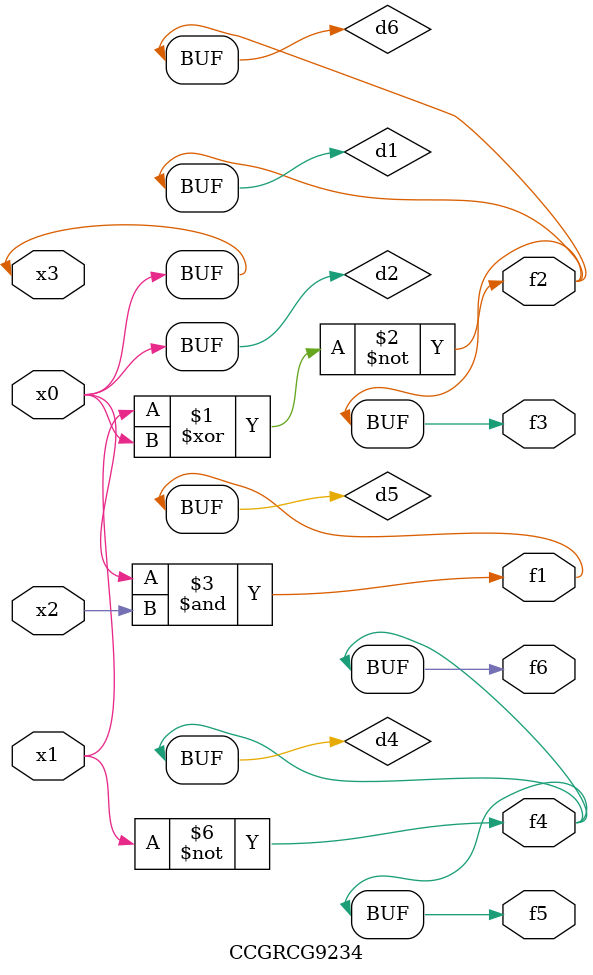
<source format=v>
module CCGRCG9234(
	input x0, x1, x2, x3,
	output f1, f2, f3, f4, f5, f6
);

	wire d1, d2, d3, d4, d5, d6;

	xnor (d1, x1, x3);
	buf (d2, x0, x3);
	nand (d3, x0, x2);
	not (d4, x1);
	nand (d5, d3);
	or (d6, d1);
	assign f1 = d5;
	assign f2 = d6;
	assign f3 = d6;
	assign f4 = d4;
	assign f5 = d4;
	assign f6 = d4;
endmodule

</source>
